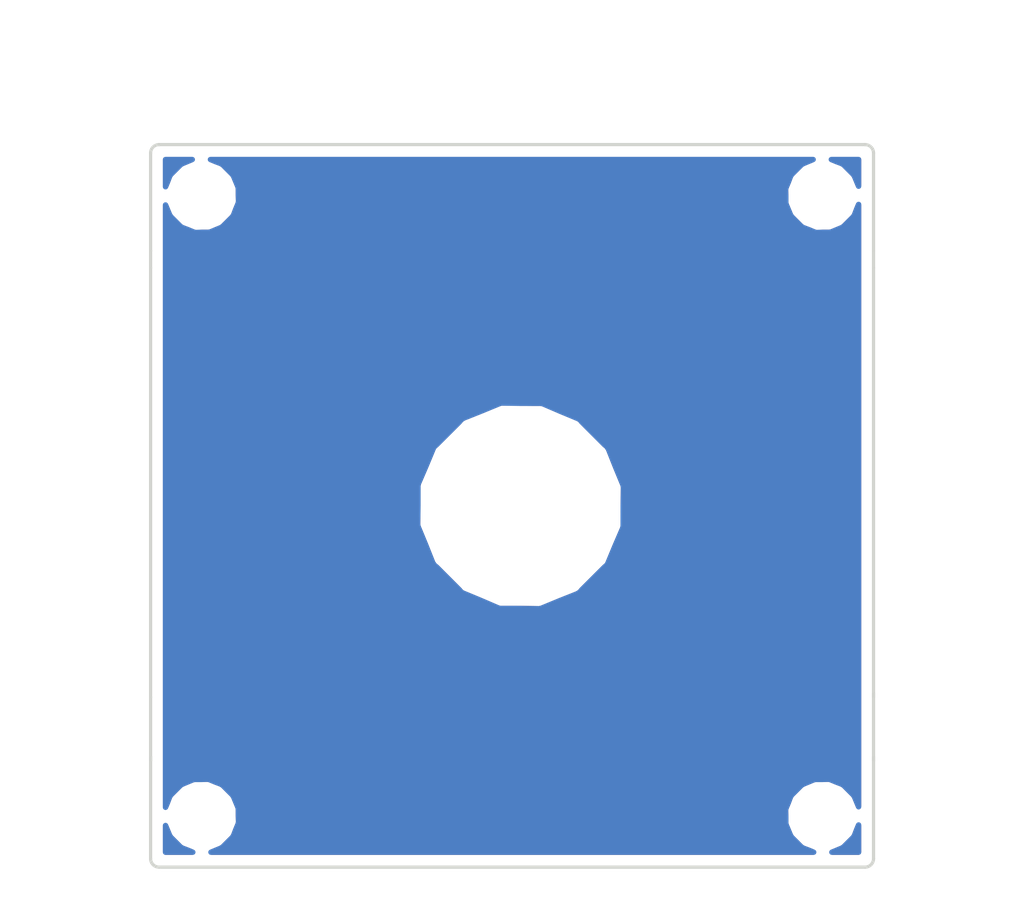
<source format=kicad_pcb>
(kicad_pcb (version 4) (host pcbnew 4.0.7)

  (general
    (links 0)
    (no_connects 0)
    (area 31.915857 22.3 83.75 64.402)
    (thickness 1.6)
    (drawings 18)
    (tracks 0)
    (zones 0)
    (modules 5)
    (nets 1)
  )

  (page A4)
  (layers
    (0 F.Cu signal)
    (31 B.Cu signal)
    (32 B.Adhes user)
    (33 F.Adhes user)
    (34 B.Paste user)
    (35 F.Paste user)
    (36 B.SilkS user)
    (37 F.SilkS user)
    (38 B.Mask user)
    (39 F.Mask user)
    (40 Dwgs.User user)
    (41 Cmts.User user)
    (42 Eco1.User user)
    (43 Eco2.User user)
    (44 Edge.Cuts user)
    (45 Margin user)
    (46 B.CrtYd user)
    (47 F.CrtYd user)
    (48 B.Fab user)
    (49 F.Fab user)
  )

  (setup
    (last_trace_width 0.127)
    (trace_clearance 0.127)
    (zone_clearance 0.5)
    (zone_45_only no)
    (trace_min 0.127)
    (segment_width 0.2)
    (edge_width 0.15)
    (via_size 0.45)
    (via_drill 0.2)
    (via_min_size 0.45)
    (via_min_drill 0.2)
    (uvia_size 0.3)
    (uvia_drill 0.1)
    (uvias_allowed no)
    (uvia_min_size 0.2)
    (uvia_min_drill 0.1)
    (pcb_text_width 0.3)
    (pcb_text_size 1.5 1.5)
    (mod_edge_width 0.15)
    (mod_text_size 1 1)
    (mod_text_width 0.15)
    (pad_size 1.524 1.524)
    (pad_drill 0.762)
    (pad_to_mask_clearance 0.2)
    (aux_axis_origin 0 0)
    (grid_origin 39 28.6)
    (visible_elements FFFFFF7F)
    (pcbplotparams
      (layerselection 0x010fc_80000001)
      (usegerberextensions true)
      (excludeedgelayer true)
      (linewidth 0.100000)
      (plotframeref false)
      (viasonmask false)
      (mode 1)
      (useauxorigin false)
      (hpglpennumber 1)
      (hpglpenspeed 20)
      (hpglpendiameter 15)
      (hpglpenoverlay 2)
      (psnegative false)
      (psa4output false)
      (plotreference true)
      (plotvalue true)
      (plotinvisibletext false)
      (padsonsilk false)
      (subtractmaskfromsilk false)
      (outputformat 1)
      (mirror false)
      (drillshape 0)
      (scaleselection 1)
      (outputdirectory output-topplate/))
  )

  (net 0 "")

  (net_class Default "This is the default net class."
    (clearance 0.127)
    (trace_width 0.127)
    (via_dia 0.45)
    (via_drill 0.2)
    (uvia_dia 0.3)
    (uvia_drill 0.1)
  )

  (module Mounting_Holes:MountingHole_2.2mm_M2 (layer F.Cu) (tedit 5B2ECDBB) (tstamp 5B26CC3C)
    (at 70.6 60.2)
    (descr "Mounting Hole 2.2mm, no annular, M2")
    (tags "mounting hole 2.2mm no annular m2")
    (attr virtual)
    (fp_text reference "" (at 0 -3.2) (layer F.SilkS)
      (effects (font (size 1 1) (thickness 0.15)))
    )
    (fp_text value MountingHole_2.2mm_M2 (at 0 3.2) (layer F.Fab)
      (effects (font (size 1 1) (thickness 0.15)))
    )
    (fp_text user %R (at 0.3 0) (layer F.Fab)
      (effects (font (size 1 1) (thickness 0.15)))
    )
    (fp_circle (center 0 0) (end 2.2 0) (layer Cmts.User) (width 0.15))
    (fp_circle (center 0 0) (end 2.45 0) (layer F.CrtYd) (width 0.05))
    (pad 1 np_thru_hole circle (at 0 0) (size 2.2 2.2) (drill 2.2) (layers *.Cu *.Mask))
  )

  (module Mounting_Holes:MountingHole_2.2mm_M2 (layer F.Cu) (tedit 5B2ECDC6) (tstamp 5B26CC34)
    (at 41.4 60.2)
    (descr "Mounting Hole 2.2mm, no annular, M2")
    (tags "mounting hole 2.2mm no annular m2")
    (attr virtual)
    (fp_text reference "" (at 0 -3.2) (layer F.SilkS)
      (effects (font (size 1 1) (thickness 0.15)))
    )
    (fp_text value MountingHole_2.2mm_M2 (at 0 3.2) (layer F.Fab)
      (effects (font (size 1 1) (thickness 0.15)))
    )
    (fp_text user %R (at 0.3 0) (layer F.Fab)
      (effects (font (size 1 1) (thickness 0.15)))
    )
    (fp_circle (center 0 0) (end 2.2 0) (layer Cmts.User) (width 0.15))
    (fp_circle (center 0 0) (end 2.45 0) (layer F.CrtYd) (width 0.05))
    (pad 1 np_thru_hole circle (at 0 0) (size 2.2 2.2) (drill 2.2) (layers *.Cu *.Mask))
  )

  (module Mounting_Holes:MountingHole_2.2mm_M2 (layer F.Cu) (tedit 5B2ECDAD) (tstamp 5B26CC2C)
    (at 70.6 31)
    (descr "Mounting Hole 2.2mm, no annular, M2")
    (tags "mounting hole 2.2mm no annular m2")
    (attr virtual)
    (fp_text reference "" (at 0 -3.2) (layer F.SilkS)
      (effects (font (size 1 1) (thickness 0.15)))
    )
    (fp_text value MountingHole_2.2mm_M2 (at 0 3.2) (layer F.Fab)
      (effects (font (size 1 1) (thickness 0.15)))
    )
    (fp_text user %R (at 0.3 0) (layer F.Fab)
      (effects (font (size 1 1) (thickness 0.15)))
    )
    (fp_circle (center 0 0) (end 2.2 0) (layer Cmts.User) (width 0.15))
    (fp_circle (center 0 0) (end 2.45 0) (layer F.CrtYd) (width 0.05))
    (pad 1 np_thru_hole circle (at 0 0) (size 2.2 2.2) (drill 2.2) (layers *.Cu *.Mask))
  )

  (module Mounting_Holes:MountingHole_2.2mm_M2 (layer F.Cu) (tedit 5B2ECDA1) (tstamp 5B26CC22)
    (at 41.4 31)
    (descr "Mounting Hole 2.2mm, no annular, M2")
    (tags "mounting hole 2.2mm no annular m2")
    (attr virtual)
    (fp_text reference "" (at 0 -3.2) (layer F.SilkS)
      (effects (font (size 1 1) (thickness 0.15)))
    )
    (fp_text value MountingHole_2.2mm_M2 (at 0 3.2) (layer F.Fab)
      (effects (font (size 1 1) (thickness 0.15)))
    )
    (fp_text user %R (at 0.3 0) (layer F.Fab)
      (effects (font (size 1 1) (thickness 0.15)))
    )
    (fp_circle (center 0 0) (end 2.2 0) (layer Cmts.User) (width 0.15))
    (fp_circle (center 0 0) (end 2.45 0) (layer F.CrtYd) (width 0.05))
    (pad 1 np_thru_hole circle (at 0 0) (size 2.2 2.2) (drill 2.2) (layers *.Cu *.Mask))
  )

  (module Mounting_Holes:MountingHole_8.4mm_M8 (layer F.Cu) (tedit 5B2EF3E0) (tstamp 5B2EF861)
    (at 56.4 45.6)
    (descr "Mounting Hole 8.4mm, no annular, M8")
    (tags "mounting hole 8.4mm no annular m8")
    (attr virtual)
    (fp_text reference "" (at 0 -9.4) (layer F.SilkS)
      (effects (font (size 1 1) (thickness 0.15)))
    )
    (fp_text value MountingHole_8.4mm_M8 (at 0 9.4) (layer F.Fab)
      (effects (font (size 1 1) (thickness 0.15)))
    )
    (fp_text user %R (at 0.3 0) (layer F.Fab)
      (effects (font (size 1 1) (thickness 0.15)))
    )
    (fp_circle (center 0 0) (end 8.4 0) (layer Cmts.User) (width 0.15))
    (fp_circle (center 0 0) (end 8.65 0) (layer F.CrtYd) (width 0.05))
    (pad 1 np_thru_hole circle (at 0 0) (size 8.4 8.4) (drill 8.4) (layers *.Cu *.Mask))
  )

  (gr_line (start 39 29) (end 39 33.6) (angle 90) (layer Edge.Cuts) (width 0.15))
  (gr_line (start 73 29) (end 73 33.6) (angle 90) (layer Edge.Cuts) (width 0.15))
  (gr_line (start 39 57.4) (end 39 62.2) (angle 90) (layer Edge.Cuts) (width 0.15))
  (gr_line (start 73 57.4) (end 73 62.2) (angle 90) (layer Edge.Cuts) (width 0.15))
  (dimension 34 (width 0.3) (layer Dwgs.User)
    (gr_text "34.000 mm" (at 77.25 45.6 270) (layer Dwgs.User)
      (effects (font (size 1.5 1.5) (thickness 0.3)))
    )
    (feature1 (pts (xy 73.3 62.6) (xy 78.6 62.6)))
    (feature2 (pts (xy 73.3 28.6) (xy 78.6 28.6)))
    (crossbar (pts (xy 75.9 28.6) (xy 75.9 62.6)))
    (arrow1a (pts (xy 75.9 62.6) (xy 75.313579 61.473496)))
    (arrow1b (pts (xy 75.9 62.6) (xy 76.486421 61.473496)))
    (arrow2a (pts (xy 75.9 28.6) (xy 75.313579 29.726504)))
    (arrow2b (pts (xy 75.9 28.6) (xy 76.486421 29.726504)))
  )
  (dimension 34 (width 0.3) (layer Dwgs.User)
    (gr_text "34.000 mm" (at 56 23.65) (layer Dwgs.User)
      (effects (font (size 1.5 1.5) (thickness 0.3)))
    )
    (feature1 (pts (xy 73 28.2) (xy 73 22.3)))
    (feature2 (pts (xy 39 28.2) (xy 39 22.3)))
    (crossbar (pts (xy 39 25) (xy 73 25)))
    (arrow1a (pts (xy 73 25) (xy 71.873496 25.586421)))
    (arrow1b (pts (xy 73 25) (xy 71.873496 24.413579)))
    (arrow2a (pts (xy 39 25) (xy 40.126504 25.586421)))
    (arrow2b (pts (xy 39 25) (xy 40.126504 24.413579)))
  )
  (gr_line (start 73 54.4) (end 73 57.6) (angle 90) (layer Edge.Cuts) (width 0.15))
  (gr_line (start 39.4 62.6) (end 72.6 62.6) (angle 90) (layer Edge.Cuts) (width 0.15))
  (gr_line (start 39 54.6) (end 39 57.6) (angle 90) (layer Edge.Cuts) (width 0.15))
  (gr_line (start 39 34.4) (end 39 33.6) (angle 90) (layer Edge.Cuts) (width 0.15))
  (gr_line (start 73 33.6) (end 73 34.4) (angle 90) (layer Edge.Cuts) (width 0.15))
  (gr_line (start 39 54.6) (end 39 34.4) (angle 90) (layer Edge.Cuts) (width 0.15))
  (gr_line (start 73 34.4) (end 73 54.6) (angle 90) (layer Edge.Cuts) (width 0.15))
  (gr_line (start 39.4 28.6) (end 72.6 28.6) (angle 90) (layer Edge.Cuts) (width 0.15))
  (gr_arc (start 39.4 29) (end 39 29) (angle 90) (layer Edge.Cuts) (width 0.15))
  (gr_arc (start 39.4 62.2) (end 39.4 62.6) (angle 90) (layer Edge.Cuts) (width 0.15))
  (gr_arc (start 72.6 62.2) (end 73 62.2) (angle 90) (layer Edge.Cuts) (width 0.15))
  (gr_arc (start 72.6 29) (end 72.6 28.6) (angle 90) (layer Edge.Cuts) (width 0.15))

  (zone (net 0) (net_name "") (layer F.Cu) (tstamp 5B26C712) (hatch edge 0.508)
    (connect_pads (clearance 0.508))
    (min_thickness 0.254)
    (fill yes (arc_segments 16) (thermal_gap 0.508) (thermal_bridge_width 0.508))
    (polygon
      (pts
        (xy 73 62.6) (xy 39 62.6) (xy 39 28.6) (xy 73 28.6)
      )
    )
    (filled_polygon
      (pts
        (xy 39.897901 61.134359) (xy 39.910954 61.139581) (xy 39.928281 61.181515) (xy 40.415918 61.670004) (xy 40.460149 61.68837)
        (xy 40.465641 61.702099) (xy 40.761448 61.813481) (xy 40.945726 61.89) (xy 39.71 61.89) (xy 39.71 60.680726)
      )
    )
    (filled_polygon
      (pts
        (xy 69.665641 29.497901) (xy 69.660419 29.510954) (xy 69.618485 29.528281) (xy 69.129996 30.015918) (xy 69.11163 30.060149)
        (xy 69.097901 30.065641) (xy 68.986519 30.361448) (xy 68.865301 30.653373) (xy 68.865275 30.683448) (xy 68.854677 30.711593)
        (xy 68.864975 31.027507) (xy 68.864699 31.343599) (xy 68.876184 31.371395) (xy 68.877164 31.401453) (xy 69.097901 31.934359)
        (xy 69.110954 31.939581) (xy 69.128281 31.981515) (xy 69.615918 32.470004) (xy 69.660149 32.48837) (xy 69.665641 32.502099)
        (xy 69.961448 32.613481) (xy 70.253373 32.734699) (xy 70.283448 32.734725) (xy 70.311593 32.745323) (xy 70.627507 32.735025)
        (xy 70.943599 32.735301) (xy 70.971395 32.723816) (xy 71.001453 32.722836) (xy 71.534359 32.502099) (xy 71.539581 32.489046)
        (xy 71.581515 32.471719) (xy 72.070004 31.984082) (xy 72.08837 31.939851) (xy 72.102099 31.934359) (xy 72.213481 31.638552)
        (xy 72.29 31.454274) (xy 72.29 59.719274) (xy 72.102099 59.265641) (xy 72.089046 59.260419) (xy 72.071719 59.218485)
        (xy 71.584082 58.729996) (xy 71.539851 58.71163) (xy 71.534359 58.697901) (xy 71.238552 58.586519) (xy 70.946627 58.465301)
        (xy 70.916552 58.465275) (xy 70.888407 58.454677) (xy 70.572493 58.464975) (xy 70.256401 58.464699) (xy 70.228605 58.476184)
        (xy 70.198547 58.477164) (xy 69.665641 58.697901) (xy 69.660419 58.710954) (xy 69.618485 58.728281) (xy 69.129996 59.215918)
        (xy 69.11163 59.260149) (xy 69.097901 59.265641) (xy 68.986519 59.561448) (xy 68.865301 59.853373) (xy 68.865275 59.883448)
        (xy 68.854677 59.911593) (xy 68.864975 60.227507) (xy 68.864699 60.543599) (xy 68.876184 60.571395) (xy 68.877164 60.601453)
        (xy 69.097901 61.134359) (xy 69.110954 61.139581) (xy 69.128281 61.181515) (xy 69.615918 61.670004) (xy 69.660149 61.68837)
        (xy 69.665641 61.702099) (xy 69.961448 61.813481) (xy 70.145726 61.89) (xy 41.880726 61.89) (xy 42.334359 61.702099)
        (xy 42.339581 61.689046) (xy 42.381515 61.671719) (xy 42.870004 61.184082) (xy 42.88837 61.139851) (xy 42.902099 61.134359)
        (xy 43.013481 60.838552) (xy 43.134699 60.546627) (xy 43.134725 60.516552) (xy 43.145323 60.488407) (xy 43.135025 60.172493)
        (xy 43.135301 59.856401) (xy 43.123816 59.828605) (xy 43.122836 59.798547) (xy 42.902099 59.265641) (xy 42.889046 59.260419)
        (xy 42.871719 59.218485) (xy 42.384082 58.729996) (xy 42.339851 58.71163) (xy 42.334359 58.697901) (xy 42.038552 58.586519)
        (xy 41.746627 58.465301) (xy 41.716552 58.465275) (xy 41.688407 58.454677) (xy 41.372493 58.464975) (xy 41.056401 58.464699)
        (xy 41.028605 58.476184) (xy 40.998547 58.477164) (xy 40.465641 58.697901) (xy 40.460419 58.710954) (xy 40.418485 58.728281)
        (xy 39.929996 59.215918) (xy 39.91163 59.260149) (xy 39.897901 59.265641) (xy 39.786519 59.561448) (xy 39.71 59.745726)
        (xy 39.71 46.496359) (xy 51.552453 46.496359) (xy 51.564191 46.525815) (xy 51.564163 46.557522) (xy 51.919762 47.418136)
        (xy 52.264473 48.283204) (xy 52.297826 48.33312) (xy 52.298697 48.335229) (xy 52.300323 48.336858) (xy 52.338445 48.393912)
        (xy 52.439646 48.476424) (xy 53.532001 49.570688) (xy 53.606088 49.661555) (xy 53.635217 49.674084) (xy 53.657617 49.696523)
        (xy 54.517571 50.053607) (xy 55.373052 50.421572) (xy 55.404758 50.422) (xy 55.43404 50.434159) (xy 56.365199 50.434971)
        (xy 57.296359 50.447547) (xy 57.325815 50.435809) (xy 57.357522 50.435837) (xy 58.218136 50.080238) (xy 59.083204 49.735527)
        (xy 59.13312 49.702174) (xy 59.135229 49.701303) (xy 59.136858 49.699677) (xy 59.193912 49.661555) (xy 59.276424 49.560354)
        (xy 60.370688 48.467999) (xy 60.461555 48.393912) (xy 60.474084 48.364783) (xy 60.496523 48.342383) (xy 60.853607 47.482429)
        (xy 61.221572 46.626948) (xy 61.222 46.595242) (xy 61.234159 46.56596) (xy 61.234971 45.634801) (xy 61.247547 44.703641)
        (xy 61.235809 44.674185) (xy 61.235837 44.642478) (xy 60.880238 43.781864) (xy 60.535527 42.916796) (xy 60.502174 42.86688)
        (xy 60.501303 42.864771) (xy 60.499677 42.863142) (xy 60.461555 42.806088) (xy 60.360354 42.723576) (xy 59.267999 41.629312)
        (xy 59.193912 41.538445) (xy 59.164783 41.525916) (xy 59.142383 41.503477) (xy 58.282429 41.146393) (xy 57.426948 40.778428)
        (xy 57.395242 40.778) (xy 57.36596 40.765841) (xy 56.434801 40.765029) (xy 55.503641 40.752453) (xy 55.474185 40.764191)
        (xy 55.442478 40.764163) (xy 54.581864 41.119762) (xy 53.716796 41.464473) (xy 53.66688 41.497826) (xy 53.664771 41.498697)
        (xy 53.663142 41.500323) (xy 53.606088 41.538445) (xy 53.523576 41.639646) (xy 52.429312 42.732001) (xy 52.338445 42.806088)
        (xy 52.325916 42.835217) (xy 52.303477 42.857617) (xy 51.946393 43.717571) (xy 51.578428 44.573052) (xy 51.578 44.604758)
        (xy 51.565841 44.63404) (xy 51.565029 45.565199) (xy 51.552453 46.496359) (xy 39.71 46.496359) (xy 39.71 31.480726)
        (xy 39.897901 31.934359) (xy 39.910954 31.939581) (xy 39.928281 31.981515) (xy 40.415918 32.470004) (xy 40.460149 32.48837)
        (xy 40.465641 32.502099) (xy 40.761448 32.613481) (xy 41.053373 32.734699) (xy 41.083448 32.734725) (xy 41.111593 32.745323)
        (xy 41.427507 32.735025) (xy 41.743599 32.735301) (xy 41.771395 32.723816) (xy 41.801453 32.722836) (xy 42.334359 32.502099)
        (xy 42.339581 32.489046) (xy 42.381515 32.471719) (xy 42.870004 31.984082) (xy 42.88837 31.939851) (xy 42.902099 31.934359)
        (xy 43.013481 31.638552) (xy 43.134699 31.346627) (xy 43.134725 31.316552) (xy 43.145323 31.288407) (xy 43.135025 30.972493)
        (xy 43.135301 30.656401) (xy 43.123816 30.628605) (xy 43.122836 30.598547) (xy 42.902099 30.065641) (xy 42.889046 30.060419)
        (xy 42.871719 30.018485) (xy 42.384082 29.529996) (xy 42.339851 29.51163) (xy 42.334359 29.497901) (xy 42.038552 29.386519)
        (xy 41.854274 29.31) (xy 70.119274 29.31)
      )
    )
    (filled_polygon
      (pts
        (xy 72.29 61.89) (xy 71.080726 61.89) (xy 71.534359 61.702099) (xy 71.539581 61.689046) (xy 71.581515 61.671719)
        (xy 72.070004 61.184082) (xy 72.08837 61.139851) (xy 72.102099 61.134359) (xy 72.213481 60.838552) (xy 72.29 60.654274)
      )
    )
    (filled_polygon
      (pts
        (xy 40.465641 29.497901) (xy 40.460419 29.510954) (xy 40.418485 29.528281) (xy 39.929996 30.015918) (xy 39.91163 30.060149)
        (xy 39.897901 30.065641) (xy 39.786519 30.361448) (xy 39.71 30.545726) (xy 39.71 29.31) (xy 40.919274 29.31)
      )
    )
    (filled_polygon
      (pts
        (xy 72.29 30.519274) (xy 72.102099 30.065641) (xy 72.089046 30.060419) (xy 72.071719 30.018485) (xy 71.584082 29.529996)
        (xy 71.539851 29.51163) (xy 71.534359 29.497901) (xy 71.238552 29.386519) (xy 71.054274 29.31) (xy 72.29 29.31)
      )
    )
  )
  (zone (net 0) (net_name "") (layer B.Cu) (tstamp 5B26C712) (hatch edge 0.508)
    (connect_pads (clearance 0.5))
    (min_thickness 0.254)
    (fill yes (arc_segments 16) (thermal_gap 0.5) (thermal_bridge_width 0.5))
    (polygon
      (pts
        (xy 73 62.6) (xy 39 62.6) (xy 39 28.6) (xy 73 28.6)
      )
    )
    (filled_polygon
      (pts
        (xy 39.906637 61.132955) (xy 39.918917 61.137903) (xy 39.935067 61.176989) (xy 40.420456 61.663226) (xy 40.461823 61.680403)
        (xy 40.467045 61.693363) (xy 40.762853 61.805402) (xy 40.985854 61.898) (xy 39.702 61.898) (xy 39.702 60.63892)
      )
    )
    (filled_polygon
      (pts
        (xy 69.667045 29.506637) (xy 69.662097 29.518917) (xy 69.623011 29.535067) (xy 69.136774 30.020456) (xy 69.119597 30.061823)
        (xy 69.106637 30.067045) (xy 68.994598 30.362853) (xy 68.8733 30.654971) (xy 68.873275 30.683173) (xy 68.863286 30.709547)
        (xy 68.872977 31.025736) (xy 68.872701 31.342014) (xy 68.883469 31.368074) (xy 68.884333 31.396268) (xy 69.106637 31.932955)
        (xy 69.118917 31.937903) (xy 69.135067 31.976989) (xy 69.620456 32.463226) (xy 69.661823 32.480403) (xy 69.667045 32.493363)
        (xy 69.962853 32.605402) (xy 70.254971 32.7267) (xy 70.283173 32.726725) (xy 70.309547 32.736714) (xy 70.625736 32.727023)
        (xy 70.942014 32.727299) (xy 70.968074 32.716531) (xy 70.996268 32.715667) (xy 71.532955 32.493363) (xy 71.537903 32.481083)
        (xy 71.576989 32.464933) (xy 72.063226 31.979544) (xy 72.080403 31.938177) (xy 72.093363 31.932955) (xy 72.205402 31.637147)
        (xy 72.298 31.414146) (xy 72.298 59.76108) (xy 72.093363 59.267045) (xy 72.081083 59.262097) (xy 72.064933 59.223011)
        (xy 71.579544 58.736774) (xy 71.538177 58.719597) (xy 71.532955 58.706637) (xy 71.237147 58.594598) (xy 70.945029 58.4733)
        (xy 70.916827 58.473275) (xy 70.890453 58.463286) (xy 70.574264 58.472977) (xy 70.257986 58.472701) (xy 70.231926 58.483469)
        (xy 70.203732 58.484333) (xy 69.667045 58.706637) (xy 69.662097 58.718917) (xy 69.623011 58.735067) (xy 69.136774 59.220456)
        (xy 69.119597 59.261823) (xy 69.106637 59.267045) (xy 68.994598 59.562853) (xy 68.8733 59.854971) (xy 68.873275 59.883173)
        (xy 68.863286 59.909547) (xy 68.872977 60.225736) (xy 68.872701 60.542014) (xy 68.883469 60.568074) (xy 68.884333 60.596268)
        (xy 69.106637 61.132955) (xy 69.118917 61.137903) (xy 69.135067 61.176989) (xy 69.620456 61.663226) (xy 69.661823 61.680403)
        (xy 69.667045 61.693363) (xy 69.962853 61.805402) (xy 70.185854 61.898) (xy 41.83892 61.898) (xy 42.332955 61.693363)
        (xy 42.337903 61.681083) (xy 42.376989 61.664933) (xy 42.863226 61.179544) (xy 42.880403 61.138177) (xy 42.893363 61.132955)
        (xy 43.005402 60.837147) (xy 43.1267 60.545029) (xy 43.126725 60.516827) (xy 43.136714 60.490453) (xy 43.127023 60.174264)
        (xy 43.127299 59.857986) (xy 43.116531 59.831926) (xy 43.115667 59.803732) (xy 42.893363 59.267045) (xy 42.881083 59.262097)
        (xy 42.864933 59.223011) (xy 42.379544 58.736774) (xy 42.338177 58.719597) (xy 42.332955 58.706637) (xy 42.037147 58.594598)
        (xy 41.745029 58.4733) (xy 41.716827 58.473275) (xy 41.690453 58.463286) (xy 41.374264 58.472977) (xy 41.057986 58.472701)
        (xy 41.031926 58.483469) (xy 41.003732 58.484333) (xy 40.467045 58.706637) (xy 40.462097 58.718917) (xy 40.423011 58.735067)
        (xy 39.936774 59.220456) (xy 39.919597 59.261823) (xy 39.906637 59.267045) (xy 39.794598 59.562853) (xy 39.702 59.785854)
        (xy 39.702 46.491148) (xy 51.559785 46.491148) (xy 51.572192 46.522355) (xy 51.572163 46.555937) (xy 51.926465 47.413413)
        (xy 52.269252 48.275583) (xy 52.304509 48.328349) (xy 52.305482 48.330704) (xy 52.307298 48.332523) (xy 52.347314 48.392412)
        (xy 52.454977 48.48046) (xy 53.527954 49.555311) (xy 53.607588 49.652686) (xy 53.638429 49.66598) (xy 53.662154 49.689746)
        (xy 54.518996 50.045538) (xy 55.371043 50.412803) (xy 55.404623 50.413282) (xy 55.435638 50.426161) (xy 56.363441 50.426971)
        (xy 57.291148 50.440215) (xy 57.322355 50.427808) (xy 57.355937 50.427837) (xy 58.213413 50.073535) (xy 59.075583 49.730748)
        (xy 59.128349 49.695491) (xy 59.130704 49.694518) (xy 59.132523 49.692702) (xy 59.192412 49.652686) (xy 59.28046 49.545023)
        (xy 60.355311 48.472046) (xy 60.452686 48.392412) (xy 60.46598 48.361571) (xy 60.489746 48.337846) (xy 60.845538 47.481004)
        (xy 61.212803 46.628957) (xy 61.213282 46.595377) (xy 61.226161 46.564362) (xy 61.226971 45.636559) (xy 61.240215 44.708852)
        (xy 61.227808 44.677645) (xy 61.227837 44.644063) (xy 60.873535 43.786587) (xy 60.530748 42.924417) (xy 60.495491 42.871651)
        (xy 60.494518 42.869296) (xy 60.492702 42.867477) (xy 60.452686 42.807588) (xy 60.345023 42.71954) (xy 59.272046 41.644689)
        (xy 59.192412 41.547314) (xy 59.161571 41.53402) (xy 59.137846 41.510254) (xy 58.281004 41.154462) (xy 57.428957 40.787197)
        (xy 57.395377 40.786718) (xy 57.364362 40.773839) (xy 56.436559 40.773029) (xy 55.508852 40.759785) (xy 55.477645 40.772192)
        (xy 55.444063 40.772163) (xy 54.586587 41.126465) (xy 53.724417 41.469252) (xy 53.671651 41.504509) (xy 53.669296 41.505482)
        (xy 53.667477 41.507298) (xy 53.607588 41.547314) (xy 53.51954 41.654977) (xy 52.444689 42.727954) (xy 52.347314 42.807588)
        (xy 52.33402 42.838429) (xy 52.310254 42.862154) (xy 51.954462 43.718996) (xy 51.587197 44.571043) (xy 51.586718 44.604623)
        (xy 51.573839 44.635638) (xy 51.573029 45.563441) (xy 51.559785 46.491148) (xy 39.702 46.491148) (xy 39.702 31.43892)
        (xy 39.906637 31.932955) (xy 39.918917 31.937903) (xy 39.935067 31.976989) (xy 40.420456 32.463226) (xy 40.461823 32.480403)
        (xy 40.467045 32.493363) (xy 40.762853 32.605402) (xy 41.054971 32.7267) (xy 41.083173 32.726725) (xy 41.109547 32.736714)
        (xy 41.425736 32.727023) (xy 41.742014 32.727299) (xy 41.768074 32.716531) (xy 41.796268 32.715667) (xy 42.332955 32.493363)
        (xy 42.337903 32.481083) (xy 42.376989 32.464933) (xy 42.863226 31.979544) (xy 42.880403 31.938177) (xy 42.893363 31.932955)
        (xy 43.005402 31.637147) (xy 43.1267 31.345029) (xy 43.126725 31.316827) (xy 43.136714 31.290453) (xy 43.127023 30.974264)
        (xy 43.127299 30.657986) (xy 43.116531 30.631926) (xy 43.115667 30.603732) (xy 42.893363 30.067045) (xy 42.881083 30.062097)
        (xy 42.864933 30.023011) (xy 42.379544 29.536774) (xy 42.338177 29.519597) (xy 42.332955 29.506637) (xy 42.037147 29.394598)
        (xy 41.814146 29.302) (xy 70.16108 29.302)
      )
    )
    (filled_polygon
      (pts
        (xy 72.298 61.898) (xy 71.03892 61.898) (xy 71.532955 61.693363) (xy 71.537903 61.681083) (xy 71.576989 61.664933)
        (xy 72.063226 61.179544) (xy 72.080403 61.138177) (xy 72.093363 61.132955) (xy 72.205402 60.837147) (xy 72.298 60.614146)
      )
    )
    (filled_polygon
      (pts
        (xy 40.467045 29.506637) (xy 40.462097 29.518917) (xy 40.423011 29.535067) (xy 39.936774 30.020456) (xy 39.919597 30.061823)
        (xy 39.906637 30.067045) (xy 39.794598 30.362853) (xy 39.702 30.585854) (xy 39.702 29.302) (xy 40.96108 29.302)
      )
    )
    (filled_polygon
      (pts
        (xy 72.298 30.56108) (xy 72.093363 30.067045) (xy 72.081083 30.062097) (xy 72.064933 30.023011) (xy 71.579544 29.536774)
        (xy 71.538177 29.519597) (xy 71.532955 29.506637) (xy 71.237147 29.394598) (xy 71.014146 29.302) (xy 72.298 29.302)
      )
    )
  )
)

</source>
